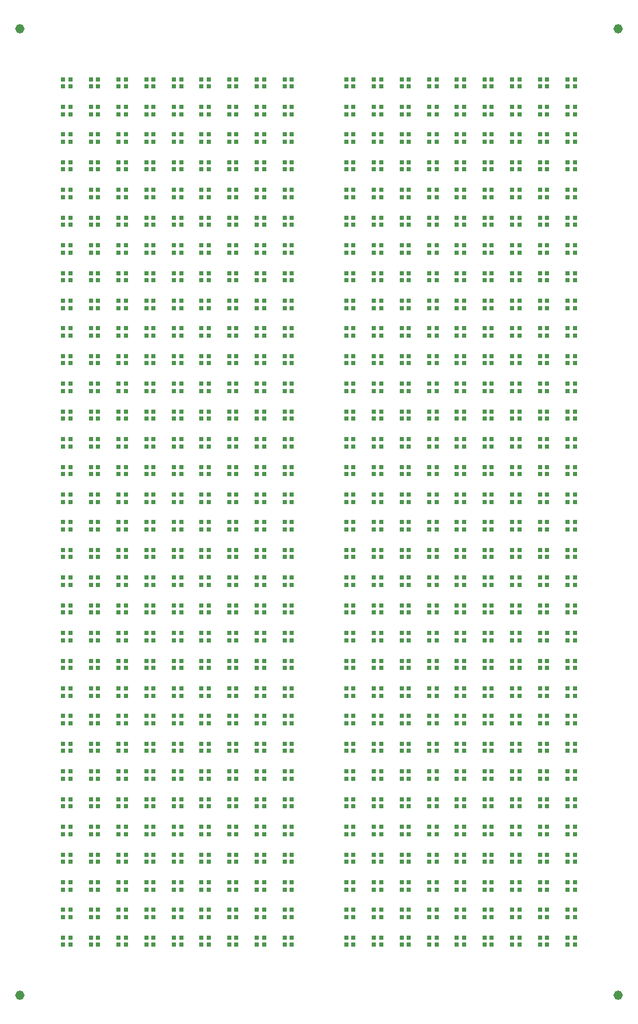
<source format=gtp>
G04 #@! TF.GenerationSoftware,KiCad,Pcbnew,8.0.1*
G04 #@! TF.CreationDate,2024-03-31T21:58:01-04:00*
G04 #@! TF.ProjectId,RGB-Panel,5247422d-5061-46e6-956c-2e6b69636164,V3.0*
G04 #@! TF.SameCoordinates,Original*
G04 #@! TF.FileFunction,Paste,Top*
G04 #@! TF.FilePolarity,Positive*
%FSLAX46Y46*%
G04 Gerber Fmt 4.6, Leading zero omitted, Abs format (unit mm)*
G04 Created by KiCad (PCBNEW 8.0.1) date 2024-03-31 21:58:01*
%MOMM*%
%LPD*%
G01*
G04 APERTURE LIST*
%ADD10R,0.500000X0.500000*%
%ADD11C,1.152000*%
G04 APERTURE END LIST*
D10*
X84527006Y-33516000D03*
X84527006Y-32616000D03*
X83627006Y-32616000D03*
X83627006Y-33516000D03*
X101642006Y-71169000D03*
X101642006Y-70269000D03*
X100742006Y-70269000D03*
X100742006Y-71169000D03*
X91373006Y-91707000D03*
X91373006Y-90807000D03*
X90473006Y-90807000D03*
X90473006Y-91707000D03*
X119527006Y-98553000D03*
X119527006Y-97653000D03*
X118627006Y-97653000D03*
X118627006Y-98553000D03*
X81104006Y-54054000D03*
X81104006Y-53154000D03*
X80204006Y-53154000D03*
X80204006Y-54054000D03*
X133219006Y-47208000D03*
X133219006Y-46308000D03*
X132319006Y-46308000D03*
X132319006Y-47208000D03*
X81104006Y-136206000D03*
X81104006Y-135306000D03*
X80204006Y-135306000D03*
X80204006Y-136206000D03*
X122950006Y-54054000D03*
X122950006Y-53154000D03*
X122050006Y-53154000D03*
X122050006Y-54054000D03*
X87950006Y-67746000D03*
X87950006Y-66846000D03*
X87050006Y-66846000D03*
X87050006Y-67746000D03*
X87950006Y-74592000D03*
X87950006Y-73692000D03*
X87050006Y-73692000D03*
X87050006Y-74592000D03*
X116104006Y-132783000D03*
X116104006Y-131883000D03*
X115204006Y-131883000D03*
X115204006Y-132783000D03*
X77681006Y-95130000D03*
X77681006Y-94230000D03*
X76781006Y-94230000D03*
X76781006Y-95130000D03*
X122950006Y-43785000D03*
X122950006Y-42885000D03*
X122050006Y-42885000D03*
X122050006Y-43785000D03*
X101642006Y-54054000D03*
X101642006Y-53154000D03*
X100742006Y-53154000D03*
X100742006Y-54054000D03*
X136642006Y-84861000D03*
X136642006Y-83961000D03*
X135742006Y-83961000D03*
X135742006Y-84861000D03*
X119527006Y-95130000D03*
X119527006Y-94230000D03*
X118627006Y-94230000D03*
X118627006Y-95130000D03*
X81104006Y-125937000D03*
X81104006Y-125037000D03*
X80204006Y-125037000D03*
X80204006Y-125937000D03*
X81104006Y-81438000D03*
X81104006Y-80538000D03*
X80204006Y-80538000D03*
X80204006Y-81438000D03*
X116104006Y-95130000D03*
X116104006Y-94230000D03*
X115204006Y-94230000D03*
X115204006Y-95130000D03*
X126373006Y-119091000D03*
X126373006Y-118191000D03*
X125473006Y-118191000D03*
X125473006Y-119091000D03*
X101642006Y-95130000D03*
X101642006Y-94230000D03*
X100742006Y-94230000D03*
X100742006Y-95130000D03*
X94796006Y-33516000D03*
X94796006Y-32616000D03*
X93896006Y-32616000D03*
X93896006Y-33516000D03*
X94796006Y-30093000D03*
X94796006Y-29193000D03*
X93896006Y-29193000D03*
X93896006Y-30093000D03*
X91373006Y-64323000D03*
X91373006Y-63423000D03*
X90473006Y-63423000D03*
X90473006Y-64323000D03*
X119527006Y-84861000D03*
X119527006Y-83961000D03*
X118627006Y-83961000D03*
X118627006Y-84861000D03*
X98219006Y-125937000D03*
X98219006Y-125037000D03*
X97319006Y-125037000D03*
X97319006Y-125937000D03*
X112681006Y-60900000D03*
X112681006Y-60000000D03*
X111781006Y-60000000D03*
X111781006Y-60900000D03*
X91373006Y-129360000D03*
X91373006Y-128460000D03*
X90473006Y-128460000D03*
X90473006Y-129360000D03*
X91373006Y-78015000D03*
X91373006Y-77115000D03*
X90473006Y-77115000D03*
X90473006Y-78015000D03*
X109258006Y-136206000D03*
X109258006Y-135306000D03*
X108358006Y-135306000D03*
X108358006Y-136206000D03*
X101642006Y-81438000D03*
X101642006Y-80538000D03*
X100742006Y-80538000D03*
X100742006Y-81438000D03*
X136642006Y-112245000D03*
X136642006Y-111345000D03*
X135742006Y-111345000D03*
X135742006Y-112245000D03*
X91373006Y-119091000D03*
X91373006Y-118191000D03*
X90473006Y-118191000D03*
X90473006Y-119091000D03*
X129796006Y-105399000D03*
X129796006Y-104499000D03*
X128896006Y-104499000D03*
X128896006Y-105399000D03*
X126373006Y-129360000D03*
X126373006Y-128460000D03*
X125473006Y-128460000D03*
X125473006Y-129360000D03*
X112681006Y-67746000D03*
X112681006Y-66846000D03*
X111781006Y-66846000D03*
X111781006Y-67746000D03*
X119527006Y-81438000D03*
X119527006Y-80538000D03*
X118627006Y-80538000D03*
X118627006Y-81438000D03*
X129796006Y-88284000D03*
X129796006Y-87384000D03*
X128896006Y-87384000D03*
X128896006Y-88284000D03*
X133219006Y-95130000D03*
X133219006Y-94230000D03*
X132319006Y-94230000D03*
X132319006Y-95130000D03*
X119527006Y-71169000D03*
X119527006Y-70269000D03*
X118627006Y-70269000D03*
X118627006Y-71169000D03*
X116104006Y-47208000D03*
X116104006Y-46308000D03*
X115204006Y-46308000D03*
X115204006Y-47208000D03*
X109258006Y-88284000D03*
X109258006Y-87384000D03*
X108358006Y-87384000D03*
X108358006Y-88284000D03*
X91373006Y-115668000D03*
X91373006Y-114768000D03*
X90473006Y-114768000D03*
X90473006Y-115668000D03*
X77681006Y-54054000D03*
X77681006Y-53154000D03*
X76781006Y-53154000D03*
X76781006Y-54054000D03*
X136642006Y-98553000D03*
X136642006Y-97653000D03*
X135742006Y-97653000D03*
X135742006Y-98553000D03*
X87950006Y-64323000D03*
X87950006Y-63423000D03*
X87050006Y-63423000D03*
X87050006Y-64323000D03*
X136642006Y-95130000D03*
X136642006Y-94230000D03*
X135742006Y-94230000D03*
X135742006Y-95130000D03*
X112681006Y-40362000D03*
X112681006Y-39462000D03*
X111781006Y-39462000D03*
X111781006Y-40362000D03*
X136642006Y-57477000D03*
X136642006Y-56577000D03*
X135742006Y-56577000D03*
X135742006Y-57477000D03*
X112681006Y-98553000D03*
X112681006Y-97653000D03*
X111781006Y-97653000D03*
X111781006Y-98553000D03*
X112681006Y-47208000D03*
X112681006Y-46308000D03*
X111781006Y-46308000D03*
X111781006Y-47208000D03*
X126373006Y-67746000D03*
X126373006Y-66846000D03*
X125473006Y-66846000D03*
X125473006Y-67746000D03*
X119527006Y-43785000D03*
X119527006Y-42885000D03*
X118627006Y-42885000D03*
X118627006Y-43785000D03*
X101642006Y-119091000D03*
X101642006Y-118191000D03*
X100742006Y-118191000D03*
X100742006Y-119091000D03*
X91373006Y-108822000D03*
X91373006Y-107922000D03*
X90473006Y-107922000D03*
X90473006Y-108822000D03*
X126373006Y-84861000D03*
X126373006Y-83961000D03*
X125473006Y-83961000D03*
X125473006Y-84861000D03*
X136642006Y-88284000D03*
X136642006Y-87384000D03*
X135742006Y-87384000D03*
X135742006Y-88284000D03*
X109258006Y-125937000D03*
X109258006Y-125037000D03*
X108358006Y-125037000D03*
X108358006Y-125937000D03*
X87950006Y-112245000D03*
X87950006Y-111345000D03*
X87050006Y-111345000D03*
X87050006Y-112245000D03*
X133219006Y-105399000D03*
X133219006Y-104499000D03*
X132319006Y-104499000D03*
X132319006Y-105399000D03*
X98219006Y-36939000D03*
X98219006Y-36039000D03*
X97319006Y-36039000D03*
X97319006Y-36939000D03*
X101642006Y-108822000D03*
X101642006Y-107922000D03*
X100742006Y-107922000D03*
X100742006Y-108822000D03*
X136642006Y-36939000D03*
X136642006Y-36039000D03*
X135742006Y-36039000D03*
X135742006Y-36939000D03*
X122950006Y-78015000D03*
X122950006Y-77115000D03*
X122050006Y-77115000D03*
X122050006Y-78015000D03*
X126373006Y-112245000D03*
X126373006Y-111345000D03*
X125473006Y-111345000D03*
X125473006Y-112245000D03*
D11*
X67999997Y-23000000D03*
D10*
X84527006Y-98553000D03*
X84527006Y-97653000D03*
X83627006Y-97653000D03*
X83627006Y-98553000D03*
X126373006Y-30093000D03*
X126373006Y-29193000D03*
X125473006Y-29193000D03*
X125473006Y-30093000D03*
X101642006Y-98553000D03*
X101642006Y-97653000D03*
X100742006Y-97653000D03*
X100742006Y-98553000D03*
X129796006Y-81438000D03*
X129796006Y-80538000D03*
X128896006Y-80538000D03*
X128896006Y-81438000D03*
X122950006Y-122514000D03*
X122950006Y-121614000D03*
X122050006Y-121614000D03*
X122050006Y-122514000D03*
X119527006Y-40362000D03*
X119527006Y-39462000D03*
X118627006Y-39462000D03*
X118627006Y-40362000D03*
X81104006Y-30093000D03*
X81104006Y-29193000D03*
X80204006Y-29193000D03*
X80204006Y-30093000D03*
X119527006Y-74592000D03*
X119527006Y-73692000D03*
X118627006Y-73692000D03*
X118627006Y-74592000D03*
X126373006Y-78015000D03*
X126373006Y-77115000D03*
X125473006Y-77115000D03*
X125473006Y-78015000D03*
X116104006Y-108822000D03*
X116104006Y-107922000D03*
X115204006Y-107922000D03*
X115204006Y-108822000D03*
X77681006Y-132783000D03*
X77681006Y-131883000D03*
X76781006Y-131883000D03*
X76781006Y-132783000D03*
X101642006Y-33516000D03*
X101642006Y-32616000D03*
X100742006Y-32616000D03*
X100742006Y-33516000D03*
X109258006Y-78015000D03*
X109258006Y-77115000D03*
X108358006Y-77115000D03*
X108358006Y-78015000D03*
X74258006Y-50631000D03*
X74258006Y-49731000D03*
X73358006Y-49731000D03*
X73358006Y-50631000D03*
X94796006Y-129360000D03*
X94796006Y-128460000D03*
X93896006Y-128460000D03*
X93896006Y-129360000D03*
X136642006Y-67746000D03*
X136642006Y-66846000D03*
X135742006Y-66846000D03*
X135742006Y-67746000D03*
X112681006Y-91707000D03*
X112681006Y-90807000D03*
X111781006Y-90807000D03*
X111781006Y-91707000D03*
X109258006Y-84861000D03*
X109258006Y-83961000D03*
X108358006Y-83961000D03*
X108358006Y-84861000D03*
X74258006Y-47208000D03*
X74258006Y-46308000D03*
X73358006Y-46308000D03*
X73358006Y-47208000D03*
X74258006Y-33516000D03*
X74258006Y-32616000D03*
X73358006Y-32616000D03*
X73358006Y-33516000D03*
X91373006Y-125937000D03*
X91373006Y-125037000D03*
X90473006Y-125037000D03*
X90473006Y-125937000D03*
X91373006Y-50631000D03*
X91373006Y-49731000D03*
X90473006Y-49731000D03*
X90473006Y-50631000D03*
X129796006Y-50631000D03*
X129796006Y-49731000D03*
X128896006Y-49731000D03*
X128896006Y-50631000D03*
X94796006Y-47208000D03*
X94796006Y-46308000D03*
X93896006Y-46308000D03*
X93896006Y-47208000D03*
X129796006Y-71169000D03*
X129796006Y-70269000D03*
X128896006Y-70269000D03*
X128896006Y-71169000D03*
X94796006Y-40362000D03*
X94796006Y-39462000D03*
X93896006Y-39462000D03*
X93896006Y-40362000D03*
X94796006Y-50631000D03*
X94796006Y-49731000D03*
X93896006Y-49731000D03*
X93896006Y-50631000D03*
X87950006Y-115668000D03*
X87950006Y-114768000D03*
X87050006Y-114768000D03*
X87050006Y-115668000D03*
X91373006Y-132783000D03*
X91373006Y-131883000D03*
X90473006Y-131883000D03*
X90473006Y-132783000D03*
X91373006Y-74592000D03*
X91373006Y-73692000D03*
X90473006Y-73692000D03*
X90473006Y-74592000D03*
X87950006Y-98553000D03*
X87950006Y-97653000D03*
X87050006Y-97653000D03*
X87050006Y-98553000D03*
X98219006Y-71169000D03*
X98219006Y-70269000D03*
X97319006Y-70269000D03*
X97319006Y-71169000D03*
X87950006Y-108822000D03*
X87950006Y-107922000D03*
X87050006Y-107922000D03*
X87050006Y-108822000D03*
X136642006Y-60900000D03*
X136642006Y-60000000D03*
X135742006Y-60000000D03*
X135742006Y-60900000D03*
X136642006Y-122514000D03*
X136642006Y-121614000D03*
X135742006Y-121614000D03*
X135742006Y-122514000D03*
X74258006Y-54054000D03*
X74258006Y-53154000D03*
X73358006Y-53154000D03*
X73358006Y-54054000D03*
X126373006Y-105399000D03*
X126373006Y-104499000D03*
X125473006Y-104499000D03*
X125473006Y-105399000D03*
X133219006Y-122514000D03*
X133219006Y-121614000D03*
X132319006Y-121614000D03*
X132319006Y-122514000D03*
X119527006Y-88284000D03*
X119527006Y-87384000D03*
X118627006Y-87384000D03*
X118627006Y-88284000D03*
X87950006Y-71169000D03*
X87950006Y-70269000D03*
X87050006Y-70269000D03*
X87050006Y-71169000D03*
X129796006Y-40362000D03*
X129796006Y-39462000D03*
X128896006Y-39462000D03*
X128896006Y-40362000D03*
X126373006Y-74592000D03*
X126373006Y-73692000D03*
X125473006Y-73692000D03*
X125473006Y-74592000D03*
X101642006Y-47208000D03*
X101642006Y-46308000D03*
X100742006Y-46308000D03*
X100742006Y-47208000D03*
X129796006Y-129360000D03*
X129796006Y-128460000D03*
X128896006Y-128460000D03*
X128896006Y-129360000D03*
X112681006Y-101976000D03*
X112681006Y-101076000D03*
X111781006Y-101076000D03*
X111781006Y-101976000D03*
X129796006Y-78015000D03*
X129796006Y-77115000D03*
X128896006Y-77115000D03*
X128896006Y-78015000D03*
X98219006Y-132783000D03*
X98219006Y-131883000D03*
X97319006Y-131883000D03*
X97319006Y-132783000D03*
X119527006Y-132783000D03*
X119527006Y-131883000D03*
X118627006Y-131883000D03*
X118627006Y-132783000D03*
X77681006Y-98553000D03*
X77681006Y-97653000D03*
X76781006Y-97653000D03*
X76781006Y-98553000D03*
X122950006Y-47208000D03*
X122950006Y-46308000D03*
X122050006Y-46308000D03*
X122050006Y-47208000D03*
X94796006Y-54054000D03*
X94796006Y-53154000D03*
X93896006Y-53154000D03*
X93896006Y-54054000D03*
X109258006Y-115668000D03*
X109258006Y-114768000D03*
X108358006Y-114768000D03*
X108358006Y-115668000D03*
X133219006Y-43785000D03*
X133219006Y-42885000D03*
X132319006Y-42885000D03*
X132319006Y-43785000D03*
X91373006Y-54054000D03*
X91373006Y-53154000D03*
X90473006Y-53154000D03*
X90473006Y-54054000D03*
X87950006Y-43785000D03*
X87950006Y-42885000D03*
X87050006Y-42885000D03*
X87050006Y-43785000D03*
X116104006Y-40362000D03*
X116104006Y-39462000D03*
X115204006Y-39462000D03*
X115204006Y-40362000D03*
X136642006Y-47208000D03*
X136642006Y-46308000D03*
X135742006Y-46308000D03*
X135742006Y-47208000D03*
X126373006Y-36939000D03*
X126373006Y-36039000D03*
X125473006Y-36039000D03*
X125473006Y-36939000D03*
X133219006Y-30093000D03*
X133219006Y-29193000D03*
X132319006Y-29193000D03*
X132319006Y-30093000D03*
X126373006Y-71169000D03*
X126373006Y-70269000D03*
X125473006Y-70269000D03*
X125473006Y-71169000D03*
X126373006Y-91707000D03*
X126373006Y-90807000D03*
X125473006Y-90807000D03*
X125473006Y-91707000D03*
X101642006Y-132783000D03*
X101642006Y-131883000D03*
X100742006Y-131883000D03*
X100742006Y-132783000D03*
X122950006Y-129360000D03*
X122950006Y-128460000D03*
X122050006Y-128460000D03*
X122050006Y-129360000D03*
X116104006Y-91707000D03*
X116104006Y-90807000D03*
X115204006Y-90807000D03*
X115204006Y-91707000D03*
X98219006Y-91707000D03*
X98219006Y-90807000D03*
X97319006Y-90807000D03*
X97319006Y-91707000D03*
X119527006Y-122514000D03*
X119527006Y-121614000D03*
X118627006Y-121614000D03*
X118627006Y-122514000D03*
X87950006Y-40362000D03*
X87950006Y-39462000D03*
X87050006Y-39462000D03*
X87050006Y-40362000D03*
X136642006Y-132783000D03*
X136642006Y-131883000D03*
X135742006Y-131883000D03*
X135742006Y-132783000D03*
X109258006Y-129360000D03*
X109258006Y-128460000D03*
X108358006Y-128460000D03*
X108358006Y-129360000D03*
X122950006Y-119091000D03*
X122950006Y-118191000D03*
X122050006Y-118191000D03*
X122050006Y-119091000D03*
X94796006Y-43785000D03*
X94796006Y-42885000D03*
X93896006Y-42885000D03*
X93896006Y-43785000D03*
X133219006Y-74592000D03*
X133219006Y-73692000D03*
X132319006Y-73692000D03*
X132319006Y-74592000D03*
X109258006Y-98553000D03*
X109258006Y-97653000D03*
X108358006Y-97653000D03*
X108358006Y-98553000D03*
X94796006Y-108822000D03*
X94796006Y-107922000D03*
X93896006Y-107922000D03*
X93896006Y-108822000D03*
X98219006Y-84861000D03*
X98219006Y-83961000D03*
X97319006Y-83961000D03*
X97319006Y-84861000D03*
X74258006Y-129360000D03*
X74258006Y-128460000D03*
X73358006Y-128460000D03*
X73358006Y-129360000D03*
X94796006Y-95130000D03*
X94796006Y-94230000D03*
X93896006Y-94230000D03*
X93896006Y-95130000D03*
X126373006Y-88284000D03*
X126373006Y-87384000D03*
X125473006Y-87384000D03*
X125473006Y-88284000D03*
X122950006Y-105399000D03*
X122950006Y-104499000D03*
X122050006Y-104499000D03*
X122050006Y-105399000D03*
X109258006Y-40362000D03*
X109258006Y-39462000D03*
X108358006Y-39462000D03*
X108358006Y-40362000D03*
X112681006Y-33516000D03*
X112681006Y-32616000D03*
X111781006Y-32616000D03*
X111781006Y-33516000D03*
X109258006Y-119091000D03*
X109258006Y-118191000D03*
X108358006Y-118191000D03*
X108358006Y-119091000D03*
X81104006Y-105399000D03*
X81104006Y-104499000D03*
X80204006Y-104499000D03*
X80204006Y-105399000D03*
X109258006Y-91707000D03*
X109258006Y-90807000D03*
X108358006Y-90807000D03*
X108358006Y-91707000D03*
X119527006Y-47208000D03*
X119527006Y-46308000D03*
X118627006Y-46308000D03*
X118627006Y-47208000D03*
X109258006Y-101976000D03*
X109258006Y-101076000D03*
X108358006Y-101076000D03*
X108358006Y-101976000D03*
X112681006Y-71169000D03*
X112681006Y-70269000D03*
X111781006Y-70269000D03*
X111781006Y-71169000D03*
X98219006Y-54054000D03*
X98219006Y-53154000D03*
X97319006Y-53154000D03*
X97319006Y-54054000D03*
X87950006Y-95130000D03*
X87950006Y-94230000D03*
X87050006Y-94230000D03*
X87050006Y-95130000D03*
X74258006Y-112245000D03*
X74258006Y-111345000D03*
X73358006Y-111345000D03*
X73358006Y-112245000D03*
X133219006Y-36939000D03*
X133219006Y-36039000D03*
X132319006Y-36039000D03*
X132319006Y-36939000D03*
X101642006Y-43785000D03*
X101642006Y-42885000D03*
X100742006Y-42885000D03*
X100742006Y-43785000D03*
X133219006Y-119091000D03*
X133219006Y-118191000D03*
X132319006Y-118191000D03*
X132319006Y-119091000D03*
X98219006Y-81438000D03*
X98219006Y-80538000D03*
X97319006Y-80538000D03*
X97319006Y-81438000D03*
X133219006Y-57477000D03*
X133219006Y-56577000D03*
X132319006Y-56577000D03*
X132319006Y-57477000D03*
X101642006Y-112245000D03*
X101642006Y-111345000D03*
X100742006Y-111345000D03*
X100742006Y-112245000D03*
X136642006Y-81438000D03*
X136642006Y-80538000D03*
X135742006Y-80538000D03*
X135742006Y-81438000D03*
X129796006Y-43785000D03*
X129796006Y-42885000D03*
X128896006Y-42885000D03*
X128896006Y-43785000D03*
X84527006Y-132783000D03*
X84527006Y-131883000D03*
X83627006Y-131883000D03*
X83627006Y-132783000D03*
X136642006Y-30093000D03*
X136642006Y-29193000D03*
X135742006Y-29193000D03*
X135742006Y-30093000D03*
X109258006Y-54054000D03*
X109258006Y-53154000D03*
X108358006Y-53154000D03*
X108358006Y-54054000D03*
X126373006Y-101976000D03*
X126373006Y-101076000D03*
X125473006Y-101076000D03*
X125473006Y-101976000D03*
X87950006Y-88284000D03*
X87950006Y-87384000D03*
X87050006Y-87384000D03*
X87050006Y-88284000D03*
X126373006Y-54054000D03*
X126373006Y-53154000D03*
X125473006Y-53154000D03*
X125473006Y-54054000D03*
X133219006Y-88284000D03*
X133219006Y-87384000D03*
X132319006Y-87384000D03*
X132319006Y-88284000D03*
X119527006Y-108822000D03*
X119527006Y-107922000D03*
X118627006Y-107922000D03*
X118627006Y-108822000D03*
X129796006Y-54054000D03*
X129796006Y-53154000D03*
X128896006Y-53154000D03*
X128896006Y-54054000D03*
X94796006Y-115668000D03*
X94796006Y-114768000D03*
X93896006Y-114768000D03*
X93896006Y-115668000D03*
X126373006Y-47208000D03*
X126373006Y-46308000D03*
X125473006Y-46308000D03*
X125473006Y-47208000D03*
X126373006Y-33516000D03*
X126373006Y-32616000D03*
X125473006Y-32616000D03*
X125473006Y-33516000D03*
X133219006Y-54054000D03*
X133219006Y-53154000D03*
X132319006Y-53154000D03*
X132319006Y-54054000D03*
X116104006Y-64323000D03*
X116104006Y-63423000D03*
X115204006Y-63423000D03*
X115204006Y-64323000D03*
X109258006Y-60900000D03*
X109258006Y-60000000D03*
X108358006Y-60000000D03*
X108358006Y-60900000D03*
X81104006Y-74592000D03*
X81104006Y-73692000D03*
X80204006Y-73692000D03*
X80204006Y-74592000D03*
X129796006Y-108822000D03*
X129796006Y-107922000D03*
X128896006Y-107922000D03*
X128896006Y-108822000D03*
X116104006Y-54054000D03*
X116104006Y-53154000D03*
X115204006Y-53154000D03*
X115204006Y-54054000D03*
X119527006Y-67746000D03*
X119527006Y-66846000D03*
X118627006Y-66846000D03*
X118627006Y-67746000D03*
X87950006Y-81438000D03*
X87950006Y-80538000D03*
X87050006Y-80538000D03*
X87050006Y-81438000D03*
X81104006Y-47208000D03*
X81104006Y-46308000D03*
X80204006Y-46308000D03*
X80204006Y-47208000D03*
X98219006Y-43785000D03*
X98219006Y-42885000D03*
X97319006Y-42885000D03*
X97319006Y-43785000D03*
X116104006Y-78015000D03*
X116104006Y-77115000D03*
X115204006Y-77115000D03*
X115204006Y-78015000D03*
X84527006Y-60900000D03*
X84527006Y-60000000D03*
X83627006Y-60000000D03*
X83627006Y-60900000D03*
X81104006Y-67746000D03*
X81104006Y-66846000D03*
X80204006Y-66846000D03*
X80204006Y-67746000D03*
X87950006Y-47208000D03*
X87950006Y-46308000D03*
X87050006Y-46308000D03*
X87050006Y-47208000D03*
X133219006Y-50631000D03*
X133219006Y-49731000D03*
X132319006Y-49731000D03*
X132319006Y-50631000D03*
X94796006Y-119091000D03*
X94796006Y-118191000D03*
X93896006Y-118191000D03*
X93896006Y-119091000D03*
X116104006Y-74592000D03*
X116104006Y-73692000D03*
X115204006Y-73692000D03*
X115204006Y-74592000D03*
X101642006Y-50631000D03*
X101642006Y-49731000D03*
X100742006Y-49731000D03*
X100742006Y-50631000D03*
X109258006Y-122514000D03*
X109258006Y-121614000D03*
X108358006Y-121614000D03*
X108358006Y-122514000D03*
X77681006Y-81438000D03*
X77681006Y-80538000D03*
X76781006Y-80538000D03*
X76781006Y-81438000D03*
X126373006Y-60900000D03*
X126373006Y-60000000D03*
X125473006Y-60000000D03*
X125473006Y-60900000D03*
X74258006Y-132783000D03*
X74258006Y-131883000D03*
X73358006Y-131883000D03*
X73358006Y-132783000D03*
X81104006Y-115668000D03*
X81104006Y-114768000D03*
X80204006Y-114768000D03*
X80204006Y-115668000D03*
X112681006Y-115668000D03*
X112681006Y-114768000D03*
X111781006Y-114768000D03*
X111781006Y-115668000D03*
X126373006Y-40362000D03*
X126373006Y-39462000D03*
X125473006Y-39462000D03*
X125473006Y-40362000D03*
X91373006Y-112245000D03*
X91373006Y-111345000D03*
X90473006Y-111345000D03*
X90473006Y-112245000D03*
X119527006Y-60900000D03*
X119527006Y-60000000D03*
X118627006Y-60000000D03*
X118627006Y-60900000D03*
X126373006Y-115668000D03*
X126373006Y-114768000D03*
X125473006Y-114768000D03*
X125473006Y-115668000D03*
X74258006Y-57477000D03*
X74258006Y-56577000D03*
X73358006Y-56577000D03*
X73358006Y-57477000D03*
X74258006Y-30093000D03*
X74258006Y-29193000D03*
X73358006Y-29193000D03*
X73358006Y-30093000D03*
X81104006Y-43785000D03*
X81104006Y-42885000D03*
X80204006Y-42885000D03*
X80204006Y-43785000D03*
X98219006Y-67746000D03*
X98219006Y-66846000D03*
X97319006Y-66846000D03*
X97319006Y-67746000D03*
X81104006Y-50631000D03*
X81104006Y-49731000D03*
X80204006Y-49731000D03*
X80204006Y-50631000D03*
X81104006Y-108822000D03*
X81104006Y-107922000D03*
X80204006Y-107922000D03*
X80204006Y-108822000D03*
X98219006Y-108822000D03*
X98219006Y-107922000D03*
X97319006Y-107922000D03*
X97319006Y-108822000D03*
X136642006Y-40362000D03*
X136642006Y-39462000D03*
X135742006Y-39462000D03*
X135742006Y-40362000D03*
X94796006Y-57477000D03*
X94796006Y-56577000D03*
X93896006Y-56577000D03*
X93896006Y-57477000D03*
X81104006Y-64323000D03*
X81104006Y-63423000D03*
X80204006Y-63423000D03*
X80204006Y-64323000D03*
X98219006Y-101976000D03*
X98219006Y-101076000D03*
X97319006Y-101076000D03*
X97319006Y-101976000D03*
X77681006Y-125937000D03*
X77681006Y-125037000D03*
X76781006Y-125037000D03*
X76781006Y-125937000D03*
X84527006Y-64323000D03*
X84527006Y-63423000D03*
X83627006Y-63423000D03*
X83627006Y-64323000D03*
X87950006Y-122514000D03*
X87950006Y-121614000D03*
X87050006Y-121614000D03*
X87050006Y-122514000D03*
X133219006Y-84861000D03*
X133219006Y-83961000D03*
X132319006Y-83961000D03*
X132319006Y-84861000D03*
X81104006Y-119091000D03*
X81104006Y-118191000D03*
X80204006Y-118191000D03*
X80204006Y-119091000D03*
X119527006Y-64323000D03*
X119527006Y-63423000D03*
X118627006Y-63423000D03*
X118627006Y-64323000D03*
X112681006Y-36939000D03*
X112681006Y-36039000D03*
X111781006Y-36039000D03*
X111781006Y-36939000D03*
X136642006Y-71169000D03*
X136642006Y-70269000D03*
X135742006Y-70269000D03*
X135742006Y-71169000D03*
X109258006Y-50631000D03*
X109258006Y-49731000D03*
X108358006Y-49731000D03*
X108358006Y-50631000D03*
X101642006Y-67746000D03*
X101642006Y-66846000D03*
X100742006Y-66846000D03*
X100742006Y-67746000D03*
X129796006Y-112245000D03*
X129796006Y-111345000D03*
X128896006Y-111345000D03*
X128896006Y-112245000D03*
X98219006Y-30093000D03*
X98219006Y-29193000D03*
X97319006Y-29193000D03*
X97319006Y-30093000D03*
X116104006Y-119091000D03*
X116104006Y-118191000D03*
X115204006Y-118191000D03*
X115204006Y-119091000D03*
X109258006Y-36939000D03*
X109258006Y-36039000D03*
X108358006Y-36039000D03*
X108358006Y-36939000D03*
X74258006Y-81438000D03*
X74258006Y-80538000D03*
X73358006Y-80538000D03*
X73358006Y-81438000D03*
X81104006Y-40362000D03*
X81104006Y-39462000D03*
X80204006Y-39462000D03*
X80204006Y-40362000D03*
X84527006Y-122514000D03*
X84527006Y-121614000D03*
X83627006Y-121614000D03*
X83627006Y-122514000D03*
X116104006Y-101976000D03*
X116104006Y-101076000D03*
X115204006Y-101076000D03*
X115204006Y-101976000D03*
X81104006Y-132783000D03*
X81104006Y-131883000D03*
X80204006Y-131883000D03*
X80204006Y-132783000D03*
X98219006Y-105399000D03*
X98219006Y-104499000D03*
X97319006Y-104499000D03*
X97319006Y-105399000D03*
X87950006Y-129360000D03*
X87950006Y-128460000D03*
X87050006Y-128460000D03*
X87050006Y-129360000D03*
X109258006Y-112245000D03*
X109258006Y-111345000D03*
X108358006Y-111345000D03*
X108358006Y-112245000D03*
X133219006Y-60900000D03*
X133219006Y-60000000D03*
X132319006Y-60000000D03*
X132319006Y-60900000D03*
X112681006Y-112245000D03*
X112681006Y-111345000D03*
X111781006Y-111345000D03*
X111781006Y-112245000D03*
X77681006Y-60900000D03*
X77681006Y-60000000D03*
X76781006Y-60000000D03*
X76781006Y-60900000D03*
X84527006Y-78015000D03*
X84527006Y-77115000D03*
X83627006Y-77115000D03*
X83627006Y-78015000D03*
X126373006Y-136206000D03*
X126373006Y-135306000D03*
X125473006Y-135306000D03*
X125473006Y-136206000D03*
X94796006Y-136206000D03*
X94796006Y-135306000D03*
X93896006Y-135306000D03*
X93896006Y-136206000D03*
X122950006Y-57477000D03*
X122950006Y-56577000D03*
X122050006Y-56577000D03*
X122050006Y-57477000D03*
X77681006Y-78015000D03*
X77681006Y-77115000D03*
X76781006Y-77115000D03*
X76781006Y-78015000D03*
X129796006Y-115668000D03*
X129796006Y-114768000D03*
X128896006Y-114768000D03*
X128896006Y-115668000D03*
X112681006Y-84861000D03*
X112681006Y-83961000D03*
X111781006Y-83961000D03*
X111781006Y-84861000D03*
X87950006Y-91707000D03*
X87950006Y-90807000D03*
X87050006Y-90807000D03*
X87050006Y-91707000D03*
X98219006Y-119091000D03*
X98219006Y-118191000D03*
X97319006Y-118191000D03*
X97319006Y-119091000D03*
X81104006Y-33516000D03*
X81104006Y-32616000D03*
X80204006Y-32616000D03*
X80204006Y-33516000D03*
X94796006Y-101976000D03*
X94796006Y-101076000D03*
X93896006Y-101076000D03*
X93896006Y-101976000D03*
X122950006Y-91707000D03*
X122950006Y-90807000D03*
X122050006Y-90807000D03*
X122050006Y-91707000D03*
X122950006Y-132783000D03*
X122950006Y-131883000D03*
X122050006Y-131883000D03*
X122050006Y-132783000D03*
X129796006Y-60900000D03*
X129796006Y-60000000D03*
X128896006Y-60000000D03*
X128896006Y-60900000D03*
X74258006Y-119091000D03*
X74258006Y-118191000D03*
X73358006Y-118191000D03*
X73358006Y-119091000D03*
X126373006Y-95130000D03*
X126373006Y-94230000D03*
X125473006Y-94230000D03*
X125473006Y-95130000D03*
X122950006Y-30093000D03*
X122950006Y-29193000D03*
X122050006Y-29193000D03*
X122050006Y-30093000D03*
X74258006Y-36939000D03*
X74258006Y-36039000D03*
X73358006Y-36039000D03*
X73358006Y-36939000D03*
X122950006Y-88284000D03*
X122950006Y-87384000D03*
X122050006Y-87384000D03*
X122050006Y-88284000D03*
X87950006Y-30093000D03*
X87950006Y-29193000D03*
X87050006Y-29193000D03*
X87050006Y-30093000D03*
X101642006Y-101976000D03*
X101642006Y-101076000D03*
X100742006Y-101076000D03*
X100742006Y-101976000D03*
X94796006Y-67746000D03*
X94796006Y-66846000D03*
X93896006Y-66846000D03*
X93896006Y-67746000D03*
X77681006Y-33516000D03*
X77681006Y-32616000D03*
X76781006Y-32616000D03*
X76781006Y-33516000D03*
X98219006Y-78015000D03*
X98219006Y-77115000D03*
X97319006Y-77115000D03*
X97319006Y-78015000D03*
X136642006Y-64323000D03*
X136642006Y-63423000D03*
X135742006Y-63423000D03*
X135742006Y-64323000D03*
X98219006Y-40362000D03*
X98219006Y-39462000D03*
X97319006Y-39462000D03*
X97319006Y-40362000D03*
X116104006Y-98553000D03*
X116104006Y-97653000D03*
X115204006Y-97653000D03*
X115204006Y-98553000D03*
X77681006Y-30093000D03*
X77681006Y-29193000D03*
X76781006Y-29193000D03*
X76781006Y-30093000D03*
X101642006Y-57477000D03*
X101642006Y-56577000D03*
X100742006Y-56577000D03*
X100742006Y-57477000D03*
X101642006Y-136206000D03*
X101642006Y-135306000D03*
X100742006Y-135306000D03*
X100742006Y-136206000D03*
X94796006Y-74592000D03*
X94796006Y-73692000D03*
X93896006Y-73692000D03*
X93896006Y-74592000D03*
X94796006Y-64323000D03*
X94796006Y-63423000D03*
X93896006Y-63423000D03*
X93896006Y-64323000D03*
X133219006Y-71169000D03*
X133219006Y-70269000D03*
X132319006Y-70269000D03*
X132319006Y-71169000D03*
X84527006Y-108822000D03*
X84527006Y-107922000D03*
X83627006Y-107922000D03*
X83627006Y-108822000D03*
X94796006Y-60900000D03*
X94796006Y-60000000D03*
X93896006Y-60000000D03*
X93896006Y-60900000D03*
X112681006Y-57477000D03*
X112681006Y-56577000D03*
X111781006Y-56577000D03*
X111781006Y-57477000D03*
X112681006Y-50631000D03*
X112681006Y-49731000D03*
X111781006Y-49731000D03*
X111781006Y-50631000D03*
X101642006Y-64323000D03*
X101642006Y-63423000D03*
X100742006Y-63423000D03*
X100742006Y-64323000D03*
X98219006Y-60900000D03*
X98219006Y-60000000D03*
X97319006Y-60000000D03*
X97319006Y-60900000D03*
X112681006Y-122514000D03*
X112681006Y-121614000D03*
X111781006Y-121614000D03*
X111781006Y-122514000D03*
X98219006Y-115668000D03*
X98219006Y-114768000D03*
X97319006Y-114768000D03*
X97319006Y-115668000D03*
X136642006Y-74592000D03*
X136642006Y-73692000D03*
X135742006Y-73692000D03*
X135742006Y-74592000D03*
X91373006Y-67746000D03*
X91373006Y-66846000D03*
X90473006Y-66846000D03*
X90473006Y-67746000D03*
X84527006Y-67746000D03*
X84527006Y-66846000D03*
X83627006Y-66846000D03*
X83627006Y-67746000D03*
X101642006Y-115668000D03*
X101642006Y-114768000D03*
X100742006Y-114768000D03*
X100742006Y-115668000D03*
X122950006Y-60900000D03*
X122950006Y-60000000D03*
X122050006Y-60000000D03*
X122050006Y-60900000D03*
X98219006Y-129360000D03*
X98219006Y-128460000D03*
X97319006Y-128460000D03*
X97319006Y-129360000D03*
X126373006Y-81438000D03*
X126373006Y-80538000D03*
X125473006Y-80538000D03*
X125473006Y-81438000D03*
X129796006Y-136206000D03*
X129796006Y-135306000D03*
X128896006Y-135306000D03*
X128896006Y-136206000D03*
X116104006Y-36939000D03*
X116104006Y-36039000D03*
X115204006Y-36039000D03*
X115204006Y-36939000D03*
X84527006Y-91707000D03*
X84527006Y-90807000D03*
X83627006Y-90807000D03*
X83627006Y-91707000D03*
X109258006Y-57477000D03*
X109258006Y-56577000D03*
X108358006Y-56577000D03*
X108358006Y-57477000D03*
X119527006Y-36939000D03*
X119527006Y-36039000D03*
X118627006Y-36039000D03*
X118627006Y-36939000D03*
X122950006Y-67746000D03*
X122950006Y-66846000D03*
X122050006Y-66846000D03*
X122050006Y-67746000D03*
X133219006Y-78015000D03*
X133219006Y-77115000D03*
X132319006Y-77115000D03*
X132319006Y-78015000D03*
X129796006Y-84861000D03*
X129796006Y-83961000D03*
X128896006Y-83961000D03*
X128896006Y-84861000D03*
X84527006Y-129360000D03*
X84527006Y-128460000D03*
X83627006Y-128460000D03*
X83627006Y-129360000D03*
X91373006Y-81438000D03*
X91373006Y-80538000D03*
X90473006Y-80538000D03*
X90473006Y-81438000D03*
X129796006Y-74592000D03*
X129796006Y-73692000D03*
X128896006Y-73692000D03*
X128896006Y-74592000D03*
X77681006Y-112245000D03*
X77681006Y-111345000D03*
X76781006Y-111345000D03*
X76781006Y-112245000D03*
X94796006Y-105399000D03*
X94796006Y-104499000D03*
X93896006Y-104499000D03*
X93896006Y-105399000D03*
X81104006Y-112245000D03*
X81104006Y-111345000D03*
X80204006Y-111345000D03*
X80204006Y-112245000D03*
X91373006Y-88284000D03*
X91373006Y-87384000D03*
X90473006Y-87384000D03*
X90473006Y-88284000D03*
X133219006Y-115668000D03*
X133219006Y-114768000D03*
X132319006Y-114768000D03*
X132319006Y-115668000D03*
X74258006Y-84861000D03*
X74258006Y-83961000D03*
X73358006Y-83961000D03*
X73358006Y-84861000D03*
X87950006Y-125937000D03*
X87950006Y-125037000D03*
X87050006Y-125037000D03*
X87050006Y-125937000D03*
X109258006Y-74592000D03*
X109258006Y-73692000D03*
X108358006Y-73692000D03*
X108358006Y-74592000D03*
X101642006Y-122514000D03*
X101642006Y-121614000D03*
X100742006Y-121614000D03*
X100742006Y-122514000D03*
X77681006Y-84861000D03*
X77681006Y-83961000D03*
X76781006Y-83961000D03*
X76781006Y-84861000D03*
X119527006Y-50631000D03*
X119527006Y-49731000D03*
X118627006Y-49731000D03*
X118627006Y-50631000D03*
D11*
X142000003Y-23000000D03*
D10*
X122950006Y-50631000D03*
X122950006Y-49731000D03*
X122050006Y-49731000D03*
X122050006Y-50631000D03*
X129796006Y-47208000D03*
X129796006Y-46308000D03*
X128896006Y-46308000D03*
X128896006Y-47208000D03*
X77681006Y-122514000D03*
X77681006Y-121614000D03*
X76781006Y-121614000D03*
X76781006Y-122514000D03*
X119527006Y-33516000D03*
X119527006Y-32616000D03*
X118627006Y-32616000D03*
X118627006Y-33516000D03*
X119527006Y-30093000D03*
X119527006Y-29193000D03*
X118627006Y-29193000D03*
X118627006Y-30093000D03*
X94796006Y-91707000D03*
X94796006Y-90807000D03*
X93896006Y-90807000D03*
X93896006Y-91707000D03*
X74258006Y-74592000D03*
X74258006Y-73692000D03*
X73358006Y-73692000D03*
X73358006Y-74592000D03*
X91373006Y-47208000D03*
X91373006Y-46308000D03*
X90473006Y-46308000D03*
X90473006Y-47208000D03*
X129796006Y-64323000D03*
X129796006Y-63423000D03*
X128896006Y-63423000D03*
X128896006Y-64323000D03*
X84527006Y-43785000D03*
X84527006Y-42885000D03*
X83627006Y-42885000D03*
X83627006Y-43785000D03*
X84527006Y-115668000D03*
X84527006Y-114768000D03*
X83627006Y-114768000D03*
X83627006Y-115668000D03*
X74258006Y-98553000D03*
X74258006Y-97653000D03*
X73358006Y-97653000D03*
X73358006Y-98553000D03*
X81104006Y-88284000D03*
X81104006Y-87384000D03*
X80204006Y-87384000D03*
X80204006Y-88284000D03*
X126373006Y-132783000D03*
X126373006Y-131883000D03*
X125473006Y-131883000D03*
X125473006Y-132783000D03*
X119527006Y-105399000D03*
X119527006Y-104499000D03*
X118627006Y-104499000D03*
X118627006Y-105399000D03*
X122950006Y-33516000D03*
X122950006Y-32616000D03*
X122050006Y-32616000D03*
X122050006Y-33516000D03*
X133219006Y-98553000D03*
X133219006Y-97653000D03*
X132319006Y-97653000D03*
X132319006Y-98553000D03*
X136642006Y-101976000D03*
X136642006Y-101076000D03*
X135742006Y-101076000D03*
X135742006Y-101976000D03*
X84527006Y-112245000D03*
X84527006Y-111345000D03*
X83627006Y-111345000D03*
X83627006Y-112245000D03*
X87950006Y-136206000D03*
X87950006Y-135306000D03*
X87050006Y-135306000D03*
X87050006Y-136206000D03*
X122950006Y-125937000D03*
X122950006Y-125037000D03*
X122050006Y-125037000D03*
X122050006Y-125937000D03*
X109258006Y-33516000D03*
X109258006Y-32616000D03*
X108358006Y-32616000D03*
X108358006Y-33516000D03*
X126373006Y-98553000D03*
X126373006Y-97653000D03*
X125473006Y-97653000D03*
X125473006Y-98553000D03*
X74258006Y-88284000D03*
X74258006Y-87384000D03*
X73358006Y-87384000D03*
X73358006Y-88284000D03*
X77681006Y-36939000D03*
X77681006Y-36039000D03*
X76781006Y-36039000D03*
X76781006Y-36939000D03*
X129796006Y-122514000D03*
X129796006Y-121614000D03*
X128896006Y-121614000D03*
X128896006Y-122514000D03*
X91373006Y-40362000D03*
X91373006Y-39462000D03*
X90473006Y-39462000D03*
X90473006Y-40362000D03*
X84527006Y-74592000D03*
X84527006Y-73692000D03*
X83627006Y-73692000D03*
X83627006Y-74592000D03*
X87950006Y-33516000D03*
X87950006Y-32616000D03*
X87050006Y-32616000D03*
X87050006Y-33516000D03*
X122950006Y-101976000D03*
X122950006Y-101076000D03*
X122050006Y-101076000D03*
X122050006Y-101976000D03*
X81104006Y-78015000D03*
X81104006Y-77115000D03*
X80204006Y-77115000D03*
X80204006Y-78015000D03*
X94796006Y-81438000D03*
X94796006Y-80538000D03*
X93896006Y-80538000D03*
X93896006Y-81438000D03*
X94796006Y-88284000D03*
X94796006Y-87384000D03*
X93896006Y-87384000D03*
X93896006Y-88284000D03*
X133219006Y-132783000D03*
X133219006Y-131883000D03*
X132319006Y-131883000D03*
X132319006Y-132783000D03*
X136642006Y-54054000D03*
X136642006Y-53154000D03*
X135742006Y-53154000D03*
X135742006Y-54054000D03*
X84527006Y-119091000D03*
X84527006Y-118191000D03*
X83627006Y-118191000D03*
X83627006Y-119091000D03*
X98219006Y-47208000D03*
X98219006Y-46308000D03*
X97319006Y-46308000D03*
X97319006Y-47208000D03*
X81104006Y-57477000D03*
X81104006Y-56577000D03*
X80204006Y-56577000D03*
X80204006Y-57477000D03*
X116104006Y-71169000D03*
X116104006Y-70269000D03*
X115204006Y-70269000D03*
X115204006Y-71169000D03*
X98219006Y-88284000D03*
X98219006Y-87384000D03*
X97319006Y-87384000D03*
X97319006Y-88284000D03*
X101642006Y-78015000D03*
X101642006Y-77115000D03*
X100742006Y-77115000D03*
X100742006Y-78015000D03*
X112681006Y-129360000D03*
X112681006Y-128460000D03*
X111781006Y-128460000D03*
X111781006Y-129360000D03*
X122950006Y-64323000D03*
X122950006Y-63423000D03*
X122050006Y-63423000D03*
X122050006Y-64323000D03*
X116104006Y-115668000D03*
X116104006Y-114768000D03*
X115204006Y-114768000D03*
X115204006Y-115668000D03*
X74258006Y-136206000D03*
X74258006Y-135306000D03*
X73358006Y-135306000D03*
X73358006Y-136206000D03*
X129796006Y-95130000D03*
X129796006Y-94230000D03*
X128896006Y-94230000D03*
X128896006Y-95130000D03*
X77681006Y-136206000D03*
X77681006Y-135306000D03*
X76781006Y-135306000D03*
X76781006Y-136206000D03*
X77681006Y-115668000D03*
X77681006Y-114768000D03*
X76781006Y-114768000D03*
X76781006Y-115668000D03*
X112681006Y-54054000D03*
X112681006Y-53154000D03*
X111781006Y-53154000D03*
X111781006Y-54054000D03*
X116104006Y-60900000D03*
X116104006Y-60000000D03*
X115204006Y-60000000D03*
X115204006Y-60900000D03*
X129796006Y-33516000D03*
X129796006Y-32616000D03*
X128896006Y-32616000D03*
X128896006Y-33516000D03*
X119527006Y-54054000D03*
X119527006Y-53154000D03*
X118627006Y-53154000D03*
X118627006Y-54054000D03*
X119527006Y-119091000D03*
X119527006Y-118191000D03*
X118627006Y-118191000D03*
X118627006Y-119091000D03*
X109258006Y-108822000D03*
X109258006Y-107922000D03*
X108358006Y-107922000D03*
X108358006Y-108822000D03*
X133219006Y-33516000D03*
X133219006Y-32616000D03*
X132319006Y-32616000D03*
X132319006Y-33516000D03*
X87950006Y-60900000D03*
X87950006Y-60000000D03*
X87050006Y-60000000D03*
X87050006Y-60900000D03*
X129796006Y-36939000D03*
X129796006Y-36039000D03*
X128896006Y-36039000D03*
X128896006Y-36939000D03*
X133219006Y-67746000D03*
X133219006Y-66846000D03*
X132319006Y-66846000D03*
X132319006Y-67746000D03*
X101642006Y-105399000D03*
X101642006Y-104499000D03*
X100742006Y-104499000D03*
X100742006Y-105399000D03*
X122950006Y-84861000D03*
X122950006Y-83961000D03*
X122050006Y-83961000D03*
X122050006Y-84861000D03*
X74258006Y-91707000D03*
X74258006Y-90807000D03*
X73358006Y-90807000D03*
X73358006Y-91707000D03*
X119527006Y-91707000D03*
X119527006Y-90807000D03*
X118627006Y-90807000D03*
X118627006Y-91707000D03*
X94796006Y-112245000D03*
X94796006Y-111345000D03*
X93896006Y-111345000D03*
X93896006Y-112245000D03*
X122950006Y-98553000D03*
X122950006Y-97653000D03*
X122050006Y-97653000D03*
X122050006Y-98553000D03*
X94796006Y-98553000D03*
X94796006Y-97653000D03*
X93896006Y-97653000D03*
X93896006Y-98553000D03*
X136642006Y-78015000D03*
X136642006Y-77115000D03*
X135742006Y-77115000D03*
X135742006Y-78015000D03*
X87950006Y-78015000D03*
X87950006Y-77115000D03*
X87050006Y-77115000D03*
X87050006Y-78015000D03*
X84527006Y-125937000D03*
X84527006Y-125037000D03*
X83627006Y-125037000D03*
X83627006Y-125937000D03*
X74258006Y-71169000D03*
X74258006Y-70269000D03*
X73358006Y-70269000D03*
X73358006Y-71169000D03*
X119527006Y-112245000D03*
X119527006Y-111345000D03*
X118627006Y-111345000D03*
X118627006Y-112245000D03*
X136642006Y-50631000D03*
X136642006Y-49731000D03*
X135742006Y-49731000D03*
X135742006Y-50631000D03*
X116104006Y-50631000D03*
X116104006Y-49731000D03*
X115204006Y-49731000D03*
X115204006Y-50631000D03*
X112681006Y-105399000D03*
X112681006Y-104499000D03*
X111781006Y-104499000D03*
X111781006Y-105399000D03*
X122950006Y-74592000D03*
X122950006Y-73692000D03*
X122050006Y-73692000D03*
X122050006Y-74592000D03*
X119527006Y-136206000D03*
X119527006Y-135306000D03*
X118627006Y-135306000D03*
X118627006Y-136206000D03*
X94796006Y-132783000D03*
X94796006Y-131883000D03*
X93896006Y-131883000D03*
X93896006Y-132783000D03*
X136642006Y-119091000D03*
X136642006Y-118191000D03*
X135742006Y-118191000D03*
X135742006Y-119091000D03*
X109258006Y-132783000D03*
X109258006Y-131883000D03*
X108358006Y-131883000D03*
X108358006Y-132783000D03*
X101642006Y-30093000D03*
X101642006Y-29193000D03*
X100742006Y-29193000D03*
X100742006Y-30093000D03*
X98219006Y-98553000D03*
X98219006Y-97653000D03*
X97319006Y-97653000D03*
X97319006Y-98553000D03*
X109258006Y-64323000D03*
X109258006Y-63423000D03*
X108358006Y-63423000D03*
X108358006Y-64323000D03*
X77681006Y-101976000D03*
X77681006Y-101076000D03*
X76781006Y-101076000D03*
X76781006Y-101976000D03*
X119527006Y-129360000D03*
X119527006Y-128460000D03*
X118627006Y-128460000D03*
X118627006Y-129360000D03*
X109258006Y-47208000D03*
X109258006Y-46308000D03*
X108358006Y-46308000D03*
X108358006Y-47208000D03*
X77681006Y-47208000D03*
X77681006Y-46308000D03*
X76781006Y-46308000D03*
X76781006Y-47208000D03*
X98219006Y-122514000D03*
X98219006Y-121614000D03*
X97319006Y-121614000D03*
X97319006Y-122514000D03*
X101642006Y-88284000D03*
X101642006Y-87384000D03*
X100742006Y-87384000D03*
X100742006Y-88284000D03*
X91373006Y-33516000D03*
X91373006Y-32616000D03*
X90473006Y-32616000D03*
X90473006Y-33516000D03*
X81104006Y-95130000D03*
X81104006Y-94230000D03*
X80204006Y-94230000D03*
X80204006Y-95130000D03*
X77681006Y-74592000D03*
X77681006Y-73692000D03*
X76781006Y-73692000D03*
X76781006Y-74592000D03*
X91373006Y-84861000D03*
X91373006Y-83961000D03*
X90473006Y-83961000D03*
X90473006Y-84861000D03*
X81104006Y-122514000D03*
X81104006Y-121614000D03*
X80204006Y-121614000D03*
X80204006Y-122514000D03*
X109258006Y-95130000D03*
X109258006Y-94230000D03*
X108358006Y-94230000D03*
X108358006Y-95130000D03*
X101642006Y-129360000D03*
X101642006Y-128460000D03*
X100742006Y-128460000D03*
X100742006Y-129360000D03*
X119527006Y-101976000D03*
X119527006Y-101076000D03*
X118627006Y-101076000D03*
X118627006Y-101976000D03*
D11*
X67999997Y-142399995D03*
D10*
X129796006Y-30093000D03*
X129796006Y-29193000D03*
X128896006Y-29193000D03*
X128896006Y-30093000D03*
X112681006Y-119091000D03*
X112681006Y-118191000D03*
X111781006Y-118191000D03*
X111781006Y-119091000D03*
X119527006Y-125937000D03*
X119527006Y-125037000D03*
X118627006Y-125037000D03*
X118627006Y-125937000D03*
X84527006Y-101976000D03*
X84527006Y-101076000D03*
X83627006Y-101076000D03*
X83627006Y-101976000D03*
X77681006Y-71169000D03*
X77681006Y-70269000D03*
X76781006Y-70269000D03*
X76781006Y-71169000D03*
X98219006Y-33516000D03*
X98219006Y-32616000D03*
X97319006Y-32616000D03*
X97319006Y-33516000D03*
X116104006Y-129360000D03*
X116104006Y-128460000D03*
X115204006Y-128460000D03*
X115204006Y-129360000D03*
X129796006Y-125937000D03*
X129796006Y-125037000D03*
X128896006Y-125037000D03*
X128896006Y-125937000D03*
X116104006Y-112245000D03*
X116104006Y-111345000D03*
X115204006Y-111345000D03*
X115204006Y-112245000D03*
X74258006Y-60900000D03*
X74258006Y-60000000D03*
X73358006Y-60000000D03*
X73358006Y-60900000D03*
X101642006Y-125937000D03*
X101642006Y-125037000D03*
X100742006Y-125037000D03*
X100742006Y-125937000D03*
X112681006Y-108822000D03*
X112681006Y-107922000D03*
X111781006Y-107922000D03*
X111781006Y-108822000D03*
X126373006Y-50631000D03*
X126373006Y-49731000D03*
X125473006Y-49731000D03*
X125473006Y-50631000D03*
X84527006Y-54054000D03*
X84527006Y-53154000D03*
X83627006Y-53154000D03*
X83627006Y-54054000D03*
X81104006Y-84861000D03*
X81104006Y-83961000D03*
X80204006Y-83961000D03*
X80204006Y-84861000D03*
X77681006Y-119091000D03*
X77681006Y-118191000D03*
X76781006Y-118191000D03*
X76781006Y-119091000D03*
X136642006Y-129360000D03*
X136642006Y-128460000D03*
X135742006Y-128460000D03*
X135742006Y-129360000D03*
X77681006Y-57477000D03*
X77681006Y-56577000D03*
X76781006Y-56577000D03*
X76781006Y-57477000D03*
X91373006Y-36939000D03*
X91373006Y-36039000D03*
X90473006Y-36039000D03*
X90473006Y-36939000D03*
X84527006Y-81438000D03*
X84527006Y-80538000D03*
X83627006Y-80538000D03*
X83627006Y-81438000D03*
X77681006Y-88284000D03*
X77681006Y-87384000D03*
X76781006Y-87384000D03*
X76781006Y-88284000D03*
X136642006Y-136206000D03*
X136642006Y-135306000D03*
X135742006Y-135306000D03*
X135742006Y-136206000D03*
X126373006Y-43785000D03*
X126373006Y-42885000D03*
X125473006Y-42885000D03*
X125473006Y-43785000D03*
X81104006Y-98553000D03*
X81104006Y-97653000D03*
X80204006Y-97653000D03*
X80204006Y-98553000D03*
X77681006Y-67746000D03*
X77681006Y-66846000D03*
X76781006Y-66846000D03*
X76781006Y-67746000D03*
X129796006Y-119091000D03*
X129796006Y-118191000D03*
X128896006Y-118191000D03*
X128896006Y-119091000D03*
X116104006Y-81438000D03*
X116104006Y-80538000D03*
X115204006Y-80538000D03*
X115204006Y-81438000D03*
X81104006Y-129360000D03*
X81104006Y-128460000D03*
X80204006Y-128460000D03*
X80204006Y-129360000D03*
X122950006Y-112245000D03*
X122950006Y-111345000D03*
X122050006Y-111345000D03*
X122050006Y-112245000D03*
X112681006Y-88284000D03*
X112681006Y-87384000D03*
X111781006Y-87384000D03*
X111781006Y-88284000D03*
X84527006Y-136206000D03*
X84527006Y-135306000D03*
X83627006Y-135306000D03*
X83627006Y-136206000D03*
X126373006Y-125937000D03*
X126373006Y-125037000D03*
X125473006Y-125037000D03*
X125473006Y-125937000D03*
X122950006Y-108822000D03*
X122950006Y-107922000D03*
X122050006Y-107922000D03*
X122050006Y-108822000D03*
X122950006Y-36939000D03*
X122950006Y-36039000D03*
X122050006Y-36039000D03*
X122050006Y-36939000D03*
X133219006Y-112245000D03*
X133219006Y-111345000D03*
X132319006Y-111345000D03*
X132319006Y-112245000D03*
X133219006Y-136206000D03*
X133219006Y-135306000D03*
X132319006Y-135306000D03*
X132319006Y-136206000D03*
X112681006Y-30093000D03*
X112681006Y-29193000D03*
X111781006Y-29193000D03*
X111781006Y-30093000D03*
X87950006Y-36939000D03*
X87950006Y-36039000D03*
X87050006Y-36039000D03*
X87050006Y-36939000D03*
X133219006Y-40362000D03*
X133219006Y-39462000D03*
X132319006Y-39462000D03*
X132319006Y-40362000D03*
X94796006Y-84861000D03*
X94796006Y-83961000D03*
X93896006Y-83961000D03*
X93896006Y-84861000D03*
X87950006Y-132783000D03*
X87950006Y-131883000D03*
X87050006Y-131883000D03*
X87050006Y-132783000D03*
X91373006Y-30093000D03*
X91373006Y-29193000D03*
X90473006Y-29193000D03*
X90473006Y-30093000D03*
X116104006Y-84861000D03*
X116104006Y-83961000D03*
X115204006Y-83961000D03*
X115204006Y-84861000D03*
X91373006Y-71169000D03*
X91373006Y-70269000D03*
X90473006Y-70269000D03*
X90473006Y-71169000D03*
X101642006Y-84861000D03*
X101642006Y-83961000D03*
X100742006Y-83961000D03*
X100742006Y-84861000D03*
X84527006Y-36939000D03*
X84527006Y-36039000D03*
X83627006Y-36039000D03*
X83627006Y-36939000D03*
X84527006Y-47208000D03*
X84527006Y-46308000D03*
X83627006Y-46308000D03*
X83627006Y-47208000D03*
X81104006Y-71169000D03*
X81104006Y-70269000D03*
X80204006Y-70269000D03*
X80204006Y-71169000D03*
X91373006Y-101976000D03*
X91373006Y-101076000D03*
X90473006Y-101076000D03*
X90473006Y-101976000D03*
X74258006Y-95130000D03*
X74258006Y-94230000D03*
X73358006Y-94230000D03*
X73358006Y-95130000D03*
X116104006Y-43785000D03*
X116104006Y-42885000D03*
X115204006Y-42885000D03*
X115204006Y-43785000D03*
X116104006Y-67746000D03*
X116104006Y-66846000D03*
X115204006Y-66846000D03*
X115204006Y-67746000D03*
X74258006Y-122514000D03*
X74258006Y-121614000D03*
X73358006Y-121614000D03*
X73358006Y-122514000D03*
X126373006Y-122514000D03*
X126373006Y-121614000D03*
X125473006Y-121614000D03*
X125473006Y-122514000D03*
X81104006Y-101976000D03*
X81104006Y-101076000D03*
X80204006Y-101076000D03*
X80204006Y-101976000D03*
X98219006Y-136206000D03*
X98219006Y-135306000D03*
X97319006Y-135306000D03*
X97319006Y-136206000D03*
X122950006Y-81438000D03*
X122950006Y-80538000D03*
X122050006Y-80538000D03*
X122050006Y-81438000D03*
X133219006Y-81438000D03*
X133219006Y-80538000D03*
X132319006Y-80538000D03*
X132319006Y-81438000D03*
X136642006Y-33516000D03*
X136642006Y-32616000D03*
X135742006Y-32616000D03*
X135742006Y-33516000D03*
X74258006Y-64323000D03*
X74258006Y-63423000D03*
X73358006Y-63423000D03*
X73358006Y-64323000D03*
X74258006Y-101976000D03*
X74258006Y-101076000D03*
X73358006Y-101076000D03*
X73358006Y-101976000D03*
X109258006Y-30093000D03*
X109258006Y-29193000D03*
X108358006Y-29193000D03*
X108358006Y-30093000D03*
X126373006Y-64323000D03*
X126373006Y-63423000D03*
X125473006Y-63423000D03*
X125473006Y-64323000D03*
X129796006Y-57477000D03*
X129796006Y-56577000D03*
X128896006Y-56577000D03*
X128896006Y-57477000D03*
X116104006Y-105399000D03*
X116104006Y-104499000D03*
X115204006Y-104499000D03*
X115204006Y-105399000D03*
X98219006Y-74592000D03*
X98219006Y-73692000D03*
X97319006Y-73692000D03*
X97319006Y-74592000D03*
X116104006Y-136206000D03*
X116104006Y-135306000D03*
X115204006Y-135306000D03*
X115204006Y-136206000D03*
X77681006Y-108822000D03*
X77681006Y-107922000D03*
X76781006Y-107922000D03*
X76781006Y-108822000D03*
X84527006Y-30093000D03*
X84527006Y-29193000D03*
X83627006Y-29193000D03*
X83627006Y-30093000D03*
X112681006Y-95130000D03*
X112681006Y-94230000D03*
X111781006Y-94230000D03*
X111781006Y-95130000D03*
X133219006Y-129360000D03*
X133219006Y-128460000D03*
X132319006Y-128460000D03*
X132319006Y-129360000D03*
X87950006Y-54054000D03*
X87950006Y-53154000D03*
X87050006Y-53154000D03*
X87050006Y-54054000D03*
X84527006Y-71169000D03*
X84527006Y-70269000D03*
X83627006Y-70269000D03*
X83627006Y-71169000D03*
X77681006Y-64323000D03*
X77681006Y-63423000D03*
X76781006Y-63423000D03*
X76781006Y-64323000D03*
X136642006Y-108822000D03*
X136642006Y-107922000D03*
X135742006Y-107922000D03*
X135742006Y-108822000D03*
X129796006Y-67746000D03*
X129796006Y-66846000D03*
X128896006Y-66846000D03*
X128896006Y-67746000D03*
X74258006Y-67746000D03*
X74258006Y-66846000D03*
X73358006Y-66846000D03*
X73358006Y-67746000D03*
X91373006Y-43785000D03*
X91373006Y-42885000D03*
X90473006Y-42885000D03*
X90473006Y-43785000D03*
X94796006Y-78015000D03*
X94796006Y-77115000D03*
X93896006Y-77115000D03*
X93896006Y-78015000D03*
X98219006Y-50631000D03*
X98219006Y-49731000D03*
X97319006Y-49731000D03*
X97319006Y-50631000D03*
X126373006Y-108822000D03*
X126373006Y-107922000D03*
X125473006Y-107922000D03*
X125473006Y-108822000D03*
X91373006Y-95130000D03*
X91373006Y-94230000D03*
X90473006Y-94230000D03*
X90473006Y-95130000D03*
X91373006Y-57477000D03*
X91373006Y-56577000D03*
X90473006Y-56577000D03*
X90473006Y-57477000D03*
X84527006Y-40362000D03*
X84527006Y-39462000D03*
X83627006Y-39462000D03*
X83627006Y-40362000D03*
X84527006Y-88284000D03*
X84527006Y-87384000D03*
X83627006Y-87384000D03*
X83627006Y-88284000D03*
X77681006Y-43785000D03*
X77681006Y-42885000D03*
X76781006Y-42885000D03*
X76781006Y-43785000D03*
X87950006Y-57477000D03*
X87950006Y-56577000D03*
X87050006Y-56577000D03*
X87050006Y-57477000D03*
X122950006Y-115668000D03*
X122950006Y-114768000D03*
X122050006Y-114768000D03*
X122050006Y-115668000D03*
X74258006Y-78015000D03*
X74258006Y-77115000D03*
X73358006Y-77115000D03*
X73358006Y-78015000D03*
X81104006Y-36939000D03*
X81104006Y-36039000D03*
X80204006Y-36039000D03*
X80204006Y-36939000D03*
X133219006Y-91707000D03*
X133219006Y-90807000D03*
X132319006Y-90807000D03*
X132319006Y-91707000D03*
X77681006Y-105399000D03*
X77681006Y-104499000D03*
X76781006Y-104499000D03*
X76781006Y-105399000D03*
X119527006Y-57477000D03*
X119527006Y-56577000D03*
X118627006Y-56577000D03*
X118627006Y-57477000D03*
X84527006Y-57477000D03*
X84527006Y-56577000D03*
X83627006Y-56577000D03*
X83627006Y-57477000D03*
X133219006Y-64323000D03*
X133219006Y-63423000D03*
X132319006Y-63423000D03*
X132319006Y-64323000D03*
X87950006Y-119091000D03*
X87950006Y-118191000D03*
X87050006Y-118191000D03*
X87050006Y-119091000D03*
X98219006Y-112245000D03*
X98219006Y-111345000D03*
X97319006Y-111345000D03*
X97319006Y-112245000D03*
X109258006Y-67746000D03*
X109258006Y-66846000D03*
X108358006Y-66846000D03*
X108358006Y-67746000D03*
X84527006Y-84861000D03*
X84527006Y-83961000D03*
X83627006Y-83961000D03*
X83627006Y-84861000D03*
X91373006Y-98553000D03*
X91373006Y-97653000D03*
X90473006Y-97653000D03*
X90473006Y-98553000D03*
X112681006Y-74592000D03*
X112681006Y-73692000D03*
X111781006Y-73692000D03*
X111781006Y-74592000D03*
X74258006Y-125937000D03*
X74258006Y-125037000D03*
X73358006Y-125037000D03*
X73358006Y-125937000D03*
X94796006Y-36939000D03*
X94796006Y-36039000D03*
X93896006Y-36039000D03*
X93896006Y-36939000D03*
X109258006Y-43785000D03*
X109258006Y-42885000D03*
X108358006Y-42885000D03*
X108358006Y-43785000D03*
X87950006Y-105399000D03*
X87950006Y-104499000D03*
X87050006Y-104499000D03*
X87050006Y-105399000D03*
X94796006Y-122514000D03*
X94796006Y-121614000D03*
X93896006Y-121614000D03*
X93896006Y-122514000D03*
X74258006Y-40362000D03*
X74258006Y-39462000D03*
X73358006Y-39462000D03*
X73358006Y-40362000D03*
X116104006Y-57477000D03*
X116104006Y-56577000D03*
X115204006Y-56577000D03*
X115204006Y-57477000D03*
X129796006Y-101976000D03*
X129796006Y-101076000D03*
X128896006Y-101076000D03*
X128896006Y-101976000D03*
X129796006Y-132783000D03*
X129796006Y-131883000D03*
X128896006Y-131883000D03*
X128896006Y-132783000D03*
X101642006Y-91707000D03*
X101642006Y-90807000D03*
X100742006Y-90807000D03*
X100742006Y-91707000D03*
X77681006Y-50631000D03*
X77681006Y-49731000D03*
X76781006Y-49731000D03*
X76781006Y-50631000D03*
X116104006Y-122514000D03*
X116104006Y-121614000D03*
X115204006Y-121614000D03*
X115204006Y-122514000D03*
X77681006Y-129360000D03*
X77681006Y-128460000D03*
X76781006Y-128460000D03*
X76781006Y-129360000D03*
X87950006Y-101976000D03*
X87950006Y-101076000D03*
X87050006Y-101076000D03*
X87050006Y-101976000D03*
X91373006Y-105399000D03*
X91373006Y-104499000D03*
X90473006Y-104499000D03*
X90473006Y-105399000D03*
X101642006Y-74592000D03*
X101642006Y-73692000D03*
X100742006Y-73692000D03*
X100742006Y-74592000D03*
X116104006Y-33516000D03*
X116104006Y-32616000D03*
X115204006Y-32616000D03*
X115204006Y-33516000D03*
X133219006Y-125937000D03*
X133219006Y-125037000D03*
X132319006Y-125037000D03*
X132319006Y-125937000D03*
X112681006Y-43785000D03*
X112681006Y-42885000D03*
X111781006Y-42885000D03*
X111781006Y-43785000D03*
D11*
X142000003Y-142399995D03*
D10*
X109258006Y-81438000D03*
X109258006Y-80538000D03*
X108358006Y-80538000D03*
X108358006Y-81438000D03*
X84527006Y-50631000D03*
X84527006Y-49731000D03*
X83627006Y-49731000D03*
X83627006Y-50631000D03*
X98219006Y-57477000D03*
X98219006Y-56577000D03*
X97319006Y-56577000D03*
X97319006Y-57477000D03*
X109258006Y-105399000D03*
X109258006Y-104499000D03*
X108358006Y-104499000D03*
X108358006Y-105399000D03*
X133219006Y-101976000D03*
X133219006Y-101076000D03*
X132319006Y-101076000D03*
X132319006Y-101976000D03*
X122950006Y-136206000D03*
X122950006Y-135306000D03*
X122050006Y-135306000D03*
X122050006Y-136206000D03*
X74258006Y-108822000D03*
X74258006Y-107922000D03*
X73358006Y-107922000D03*
X73358006Y-108822000D03*
X91373006Y-122514000D03*
X91373006Y-121614000D03*
X90473006Y-121614000D03*
X90473006Y-122514000D03*
X77681006Y-91707000D03*
X77681006Y-90807000D03*
X76781006Y-90807000D03*
X76781006Y-91707000D03*
X136642006Y-91707000D03*
X136642006Y-90807000D03*
X135742006Y-90807000D03*
X135742006Y-91707000D03*
X112681006Y-64323000D03*
X112681006Y-63423000D03*
X111781006Y-63423000D03*
X111781006Y-64323000D03*
X126373006Y-57477000D03*
X126373006Y-56577000D03*
X125473006Y-56577000D03*
X125473006Y-57477000D03*
X87950006Y-84861000D03*
X87950006Y-83961000D03*
X87050006Y-83961000D03*
X87050006Y-84861000D03*
X87950006Y-50631000D03*
X87950006Y-49731000D03*
X87050006Y-49731000D03*
X87050006Y-50631000D03*
X81104006Y-60900000D03*
X81104006Y-60000000D03*
X80204006Y-60000000D03*
X80204006Y-60900000D03*
X122950006Y-71169000D03*
X122950006Y-70269000D03*
X122050006Y-70269000D03*
X122050006Y-71169000D03*
X116104006Y-125937000D03*
X116104006Y-125037000D03*
X115204006Y-125037000D03*
X115204006Y-125937000D03*
X84527006Y-105399000D03*
X84527006Y-104499000D03*
X83627006Y-104499000D03*
X83627006Y-105399000D03*
X136642006Y-43785000D03*
X136642006Y-42885000D03*
X135742006Y-42885000D03*
X135742006Y-43785000D03*
X112681006Y-78015000D03*
X112681006Y-77115000D03*
X111781006Y-77115000D03*
X111781006Y-78015000D03*
X122950006Y-40362000D03*
X122950006Y-39462000D03*
X122050006Y-39462000D03*
X122050006Y-40362000D03*
X74258006Y-43785000D03*
X74258006Y-42885000D03*
X73358006Y-42885000D03*
X73358006Y-43785000D03*
X136642006Y-115668000D03*
X136642006Y-114768000D03*
X135742006Y-114768000D03*
X135742006Y-115668000D03*
X116104006Y-30093000D03*
X116104006Y-29193000D03*
X115204006Y-29193000D03*
X115204006Y-30093000D03*
X136642006Y-125937000D03*
X136642006Y-125037000D03*
X135742006Y-125037000D03*
X135742006Y-125937000D03*
X112681006Y-125937000D03*
X112681006Y-125037000D03*
X111781006Y-125037000D03*
X111781006Y-125937000D03*
X133219006Y-108822000D03*
X133219006Y-107922000D03*
X132319006Y-107922000D03*
X132319006Y-108822000D03*
X91373006Y-60900000D03*
X91373006Y-60000000D03*
X90473006Y-60000000D03*
X90473006Y-60900000D03*
X74258006Y-105399000D03*
X74258006Y-104499000D03*
X73358006Y-104499000D03*
X73358006Y-105399000D03*
X112681006Y-132783000D03*
X112681006Y-131883000D03*
X111781006Y-131883000D03*
X111781006Y-132783000D03*
X77681006Y-40362000D03*
X77681006Y-39462000D03*
X76781006Y-39462000D03*
X76781006Y-40362000D03*
X81104006Y-91707000D03*
X81104006Y-90807000D03*
X80204006Y-90807000D03*
X80204006Y-91707000D03*
X119527006Y-115668000D03*
X119527006Y-114768000D03*
X118627006Y-114768000D03*
X118627006Y-115668000D03*
X112681006Y-81438000D03*
X112681006Y-80538000D03*
X111781006Y-80538000D03*
X111781006Y-81438000D03*
X129796006Y-91707000D03*
X129796006Y-90807000D03*
X128896006Y-90807000D03*
X128896006Y-91707000D03*
X98219006Y-95130000D03*
X98219006Y-94230000D03*
X97319006Y-94230000D03*
X97319006Y-95130000D03*
X101642006Y-60900000D03*
X101642006Y-60000000D03*
X100742006Y-60000000D03*
X100742006Y-60900000D03*
X122950006Y-95130000D03*
X122950006Y-94230000D03*
X122050006Y-94230000D03*
X122050006Y-95130000D03*
X91373006Y-136206000D03*
X91373006Y-135306000D03*
X90473006Y-135306000D03*
X90473006Y-136206000D03*
X129796006Y-98553000D03*
X129796006Y-97653000D03*
X128896006Y-97653000D03*
X128896006Y-98553000D03*
X136642006Y-105399000D03*
X136642006Y-104499000D03*
X135742006Y-104499000D03*
X135742006Y-105399000D03*
X101642006Y-36939000D03*
X101642006Y-36039000D03*
X100742006Y-36039000D03*
X100742006Y-36939000D03*
X94796006Y-125937000D03*
X94796006Y-125037000D03*
X93896006Y-125037000D03*
X93896006Y-125937000D03*
X94796006Y-71169000D03*
X94796006Y-70269000D03*
X93896006Y-70269000D03*
X93896006Y-71169000D03*
X112681006Y-136206000D03*
X112681006Y-135306000D03*
X111781006Y-135306000D03*
X111781006Y-136206000D03*
X109258006Y-71169000D03*
X109258006Y-70269000D03*
X108358006Y-70269000D03*
X108358006Y-71169000D03*
X116104006Y-88284000D03*
X116104006Y-87384000D03*
X115204006Y-87384000D03*
X115204006Y-88284000D03*
X119527006Y-78015000D03*
X119527006Y-77115000D03*
X118627006Y-77115000D03*
X118627006Y-78015000D03*
X74258006Y-115668000D03*
X74258006Y-114768000D03*
X73358006Y-114768000D03*
X73358006Y-115668000D03*
X101642006Y-40362000D03*
X101642006Y-39462000D03*
X100742006Y-39462000D03*
X100742006Y-40362000D03*
X84527006Y-95130000D03*
X84527006Y-94230000D03*
X83627006Y-94230000D03*
X83627006Y-95130000D03*
X98219006Y-64323000D03*
X98219006Y-63423000D03*
X97319006Y-63423000D03*
X97319006Y-64323000D03*
M02*

</source>
